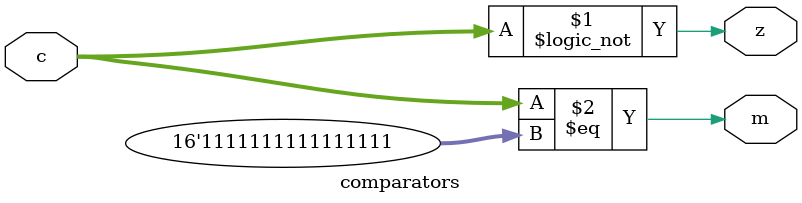
<source format=v>
module comparators(
    input [15:0] c,
    output z,
    output m
);
    assign z = (c == 16'b0);
    assign m = (c == 16'hFFFF);
endmodule
</source>
